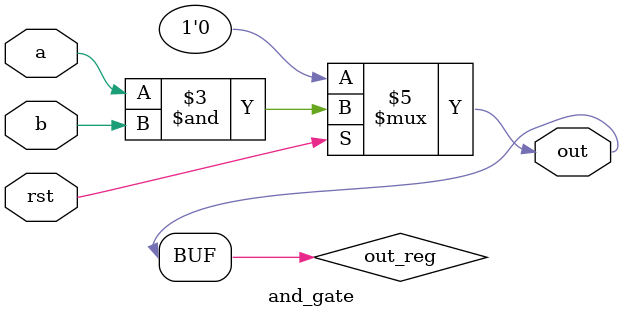
<source format=v>
module and_gate (
  input a,
  input b,
  input rst,
  output out
);

  reg out_reg;

  always @(a, b, rst) begin
    if (rst == 1'b0) begin
      out_reg <= 1'b0;
    end else begin
      out_reg <= a & b;
    end
  end

  assign out = out_reg;

endmodule
</source>
